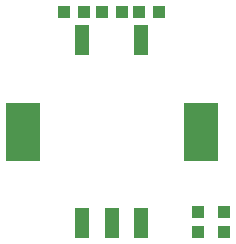
<source format=gbr>
G04 EAGLE Gerber RS-274X export*
G75*
%MOMM*%
%FSLAX34Y34*%
%LPD*%
%INSolderpaste Top*%
%IPPOS*%
%AMOC8*
5,1,8,0,0,1.08239X$1,22.5*%
G01*
%ADD10R,1.100000X1.000000*%
%ADD11R,1.000000X1.100000*%
%ADD12R,3.000000X5.000000*%
%ADD13R,1.300000X2.500000*%


D10*
X287900Y317500D03*
X270900Y317500D03*
X374650Y148200D03*
X374650Y131200D03*
X352425Y148200D03*
X352425Y131200D03*
D11*
X302650Y317500D03*
X319650Y317500D03*
X256150Y317500D03*
X239150Y317500D03*
D12*
X204400Y215900D03*
X354400Y215900D03*
D13*
X279400Y138400D03*
X254400Y138400D03*
X304400Y138400D03*
X254400Y293400D03*
X304400Y293400D03*
M02*

</source>
